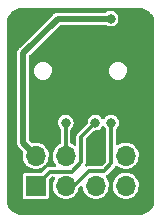
<source format=gbr>
%TF.GenerationSoftware,KiCad,Pcbnew,(6.0.0)*%
%TF.CreationDate,2022-01-20T17:31:54+07:00*%
%TF.ProjectId,CubeSat Link V555,43756265-5361-4742-904c-696e6b205635,rev?*%
%TF.SameCoordinates,Original*%
%TF.FileFunction,Copper,L2,Bot*%
%TF.FilePolarity,Positive*%
%FSLAX46Y46*%
G04 Gerber Fmt 4.6, Leading zero omitted, Abs format (unit mm)*
G04 Created by KiCad (PCBNEW (6.0.0)) date 2022-01-20 17:31:54*
%MOMM*%
%LPD*%
G01*
G04 APERTURE LIST*
%TA.AperFunction,ComponentPad*%
%ADD10O,1.700000X1.700000*%
%TD*%
%TA.AperFunction,ComponentPad*%
%ADD11R,1.700000X1.700000*%
%TD*%
%TA.AperFunction,ViaPad*%
%ADD12C,0.800000*%
%TD*%
%TA.AperFunction,Conductor*%
%ADD13C,0.300000*%
%TD*%
%TA.AperFunction,Conductor*%
%ADD14C,0.500000*%
%TD*%
G04 APERTURE END LIST*
D10*
%TO.P,J2,8,Pin_8*%
%TO.N,unconnected-(J2-Pad8)*%
X146820000Y-104750000D03*
%TO.P,J2,7,Pin_7*%
%TO.N,/TX*%
X146820000Y-107290000D03*
%TO.P,J2,6,Pin_6*%
%TO.N,GND*%
X144280000Y-104750000D03*
%TO.P,J2,5,Pin_5*%
%TO.N,/RX*%
X144280000Y-107290000D03*
%TO.P,J2,4,Pin_4*%
%TO.N,/NRST*%
X141740000Y-104750000D03*
%TO.P,J2,3,Pin_3*%
%TO.N,/SWDIO*%
X141740000Y-107290000D03*
%TO.P,J2,2,Pin_2*%
%TO.N,+3V3*%
X139200000Y-104750000D03*
D11*
%TO.P,J2,1,Pin_1*%
%TO.N,/SWCLK*%
X139200000Y-107290000D03*
%TD*%
D12*
%TO.N,GND*%
X137500000Y-106000000D03*
X148500000Y-108500000D03*
X148000000Y-102000000D03*
X148000000Y-93500000D03*
X137500000Y-93500000D03*
%TO.N,/SWDIO*%
X145600000Y-101950000D03*
%TO.N,/SWCLK*%
X144250000Y-101950500D03*
%TO.N,+3V3*%
X145550000Y-93150000D03*
%TO.N,/NRST*%
X141750000Y-101950500D03*
%TD*%
D13*
%TO.N,/NRST*%
X141740000Y-101960500D02*
X141740000Y-104750000D01*
X141750000Y-101950500D02*
X141740000Y-101960500D01*
%TO.N,/SWDIO*%
X145600000Y-105400000D02*
X144950000Y-106050000D01*
X144950000Y-106050000D02*
X143682656Y-106050000D01*
X145600000Y-101950000D02*
X145600000Y-105400000D01*
X142442656Y-107290000D02*
X141740000Y-107290000D01*
X143682656Y-106050000D02*
X142442656Y-107290000D01*
%TO.N,/SWCLK*%
X140399511Y-106090489D02*
X139200000Y-107290000D01*
X143050000Y-103150500D02*
X143050000Y-105277344D01*
X143050000Y-105277344D02*
X142236855Y-106090489D01*
X144250000Y-101950500D02*
X143050000Y-103150500D01*
X142236855Y-106090489D02*
X140399511Y-106090489D01*
D14*
%TO.N,+3V3*%
X138150000Y-103700000D02*
X139200000Y-104750000D01*
X138150000Y-96050000D02*
X138150000Y-103700000D01*
X141050000Y-93150000D02*
X138150000Y-96050000D01*
X145550000Y-93150000D02*
X141050000Y-93150000D01*
%TD*%
%TA.AperFunction,Conductor*%
%TO.N,GND*%
G36*
X145481867Y-92274002D02*
G01*
X145528360Y-92327658D01*
X145538464Y-92397932D01*
X145508970Y-92462512D01*
X145443160Y-92502519D01*
X145327564Y-92530271D01*
X145327562Y-92530272D01*
X145320184Y-92532043D01*
X145179414Y-92604700D01*
X145173692Y-92609692D01*
X145173690Y-92609693D01*
X145168236Y-92614451D01*
X145103753Y-92644157D01*
X145085409Y-92645500D01*
X141120624Y-92645500D01*
X141108619Y-92644159D01*
X141108579Y-92644655D01*
X141099632Y-92643935D01*
X141090876Y-92641954D01*
X141047338Y-92644655D01*
X141037618Y-92645258D01*
X141029816Y-92645500D01*
X141013774Y-92645500D01*
X141009343Y-92646135D01*
X141009338Y-92646135D01*
X141005313Y-92646712D01*
X141003543Y-92646965D01*
X140993486Y-92647996D01*
X140971024Y-92649389D01*
X140955600Y-92650346D01*
X140955598Y-92650346D01*
X140946641Y-92650902D01*
X140938201Y-92653949D01*
X140934911Y-92654630D01*
X140919062Y-92658582D01*
X140915832Y-92659527D01*
X140906948Y-92660799D01*
X140864222Y-92680225D01*
X140854860Y-92684036D01*
X140819158Y-92696925D01*
X140819157Y-92696926D01*
X140810716Y-92699973D01*
X140803467Y-92705269D01*
X140800486Y-92706854D01*
X140786408Y-92715080D01*
X140783569Y-92716896D01*
X140775395Y-92720612D01*
X140768591Y-92726475D01*
X140739848Y-92751242D01*
X140731930Y-92757530D01*
X140721056Y-92765473D01*
X140710194Y-92776335D01*
X140703348Y-92782693D01*
X140665918Y-92814944D01*
X140661034Y-92822479D01*
X140655301Y-92829051D01*
X140646074Y-92840455D01*
X137843206Y-95643323D01*
X137833766Y-95650865D01*
X137834089Y-95651245D01*
X137827253Y-95657063D01*
X137819661Y-95661853D01*
X137813719Y-95668581D01*
X137784329Y-95701859D01*
X137778983Y-95707546D01*
X137767649Y-95718880D01*
X137764964Y-95722463D01*
X137764962Y-95722465D01*
X137761447Y-95727155D01*
X137755062Y-95734998D01*
X137723999Y-95770170D01*
X137720186Y-95778292D01*
X137718346Y-95781093D01*
X137709937Y-95795088D01*
X137708315Y-95798051D01*
X137702930Y-95805236D01*
X137699777Y-95813646D01*
X137699776Y-95813648D01*
X137686454Y-95849182D01*
X137682530Y-95858495D01*
X137662583Y-95900982D01*
X137661201Y-95909856D01*
X137660215Y-95913083D01*
X137656075Y-95928866D01*
X137655354Y-95932144D01*
X137652202Y-95940552D01*
X137651537Y-95949503D01*
X137648724Y-95987357D01*
X137647570Y-95997404D01*
X137645500Y-96010697D01*
X137645500Y-96026062D01*
X137645154Y-96035399D01*
X137641493Y-96084667D01*
X137643366Y-96093442D01*
X137643959Y-96102138D01*
X137645500Y-96116738D01*
X137645500Y-103629376D01*
X137644159Y-103641381D01*
X137644655Y-103641421D01*
X137643935Y-103650368D01*
X137641954Y-103659124D01*
X137642510Y-103668084D01*
X137645258Y-103712382D01*
X137645500Y-103720184D01*
X137645500Y-103736226D01*
X137646135Y-103740657D01*
X137646135Y-103740662D01*
X137646965Y-103746453D01*
X137647996Y-103756514D01*
X137650902Y-103803359D01*
X137653949Y-103811799D01*
X137654630Y-103815089D01*
X137658582Y-103830938D01*
X137659527Y-103834168D01*
X137660799Y-103843052D01*
X137664514Y-103851223D01*
X137680218Y-103885763D01*
X137684030Y-103895128D01*
X137696922Y-103930837D01*
X137696924Y-103930840D01*
X137699972Y-103939284D01*
X137705268Y-103946533D01*
X137706840Y-103949490D01*
X137715093Y-103963614D01*
X137716898Y-103966437D01*
X137720612Y-103974605D01*
X137726469Y-103981402D01*
X137726470Y-103981404D01*
X137751243Y-104010153D01*
X137757525Y-104018064D01*
X137765473Y-104028944D01*
X137776335Y-104039806D01*
X137782693Y-104046652D01*
X137814944Y-104084082D01*
X137822479Y-104088966D01*
X137829051Y-104094699D01*
X137840455Y-104103926D01*
X138094592Y-104358063D01*
X138128618Y-104420375D01*
X138125830Y-104484522D01*
X138115007Y-104519378D01*
X138091148Y-104720964D01*
X138104424Y-104923522D01*
X138105845Y-104929118D01*
X138105846Y-104929123D01*
X138126119Y-105008945D01*
X138154392Y-105120269D01*
X138156809Y-105125512D01*
X138194010Y-105206208D01*
X138239377Y-105304616D01*
X138242710Y-105309332D01*
X138323595Y-105423782D01*
X138356533Y-105470389D01*
X138360675Y-105474424D01*
X138417637Y-105529913D01*
X138501938Y-105612035D01*
X138670720Y-105724812D01*
X138676023Y-105727090D01*
X138676026Y-105727092D01*
X138803722Y-105781954D01*
X138857228Y-105804942D01*
X138930244Y-105821464D01*
X139049579Y-105848467D01*
X139049584Y-105848468D01*
X139055216Y-105849742D01*
X139060987Y-105849969D01*
X139060989Y-105849969D01*
X139120756Y-105852317D01*
X139258053Y-105857712D01*
X139358499Y-105843148D01*
X139453231Y-105829413D01*
X139453236Y-105829412D01*
X139458945Y-105828584D01*
X139464409Y-105826729D01*
X139464414Y-105826728D01*
X139645693Y-105765192D01*
X139645698Y-105765190D01*
X139651165Y-105763334D01*
X139676700Y-105749034D01*
X139754449Y-105705492D01*
X139828276Y-105664147D01*
X139836857Y-105657011D01*
X139979913Y-105538031D01*
X139984345Y-105534345D01*
X140085490Y-105412732D01*
X140110453Y-105382718D01*
X140110455Y-105382715D01*
X140114147Y-105378276D01*
X140213334Y-105201165D01*
X140215190Y-105195698D01*
X140215192Y-105195693D01*
X140276728Y-105014414D01*
X140276729Y-105014409D01*
X140278584Y-105008945D01*
X140279412Y-105003236D01*
X140279413Y-105003231D01*
X140307179Y-104811727D01*
X140307712Y-104808053D01*
X140309232Y-104750000D01*
X140290658Y-104547859D01*
X140289090Y-104542299D01*
X140237125Y-104358046D01*
X140237124Y-104358044D01*
X140235557Y-104352487D01*
X140224978Y-104331033D01*
X140148331Y-104175609D01*
X140145776Y-104170428D01*
X140024320Y-104007779D01*
X139875258Y-103869987D01*
X139870375Y-103866906D01*
X139870371Y-103866903D01*
X139708464Y-103764748D01*
X139703581Y-103761667D01*
X139515039Y-103686446D01*
X139509379Y-103685320D01*
X139509375Y-103685319D01*
X139321613Y-103647971D01*
X139321610Y-103647971D01*
X139315946Y-103646844D01*
X139310171Y-103646768D01*
X139310167Y-103646768D01*
X139208793Y-103645441D01*
X139112971Y-103644187D01*
X139107274Y-103645166D01*
X139107273Y-103645166D01*
X138916727Y-103677908D01*
X138846203Y-103669731D01*
X138806294Y-103642823D01*
X138691405Y-103527934D01*
X138657379Y-103465622D01*
X138654500Y-103438839D01*
X138654500Y-97596625D01*
X139056422Y-97596625D01*
X139086612Y-97772319D01*
X139156411Y-97936357D01*
X139262074Y-98079937D01*
X139397934Y-98195358D01*
X139480221Y-98237376D01*
X139550187Y-98273103D01*
X139550189Y-98273104D01*
X139556703Y-98276430D01*
X139563809Y-98278169D01*
X139563812Y-98278170D01*
X139646363Y-98298370D01*
X139729863Y-98318802D01*
X139735465Y-98319150D01*
X139735468Y-98319150D01*
X139739175Y-98319380D01*
X139739184Y-98319380D01*
X139741114Y-98319500D01*
X139869636Y-98319500D01*
X139962548Y-98308668D01*
X139994798Y-98304908D01*
X139994800Y-98304908D01*
X140002070Y-98304060D01*
X140008947Y-98301564D01*
X140008950Y-98301563D01*
X140162763Y-98245731D01*
X140169642Y-98243234D01*
X140318726Y-98145490D01*
X140441326Y-98016071D01*
X140530865Y-97861919D01*
X140582539Y-97691303D01*
X140588413Y-97596625D01*
X145406422Y-97596625D01*
X145436612Y-97772319D01*
X145506411Y-97936357D01*
X145612074Y-98079937D01*
X145747934Y-98195358D01*
X145830221Y-98237376D01*
X145900187Y-98273103D01*
X145900189Y-98273104D01*
X145906703Y-98276430D01*
X145913809Y-98278169D01*
X145913812Y-98278170D01*
X145996363Y-98298370D01*
X146079863Y-98318802D01*
X146085465Y-98319150D01*
X146085468Y-98319150D01*
X146089175Y-98319380D01*
X146089184Y-98319380D01*
X146091114Y-98319500D01*
X146219636Y-98319500D01*
X146312548Y-98308668D01*
X146344798Y-98304908D01*
X146344800Y-98304908D01*
X146352070Y-98304060D01*
X146358947Y-98301564D01*
X146358950Y-98301563D01*
X146512763Y-98245731D01*
X146519642Y-98243234D01*
X146668726Y-98145490D01*
X146791326Y-98016071D01*
X146880865Y-97861919D01*
X146932539Y-97691303D01*
X146943578Y-97513375D01*
X146913388Y-97337681D01*
X146843589Y-97173643D01*
X146737926Y-97030063D01*
X146602066Y-96914642D01*
X146503417Y-96864269D01*
X146449813Y-96836897D01*
X146449811Y-96836896D01*
X146443297Y-96833570D01*
X146436191Y-96831831D01*
X146436188Y-96831830D01*
X146340587Y-96808437D01*
X146270137Y-96791198D01*
X146264535Y-96790850D01*
X146264532Y-96790850D01*
X146260825Y-96790620D01*
X146260816Y-96790620D01*
X146258886Y-96790500D01*
X146130364Y-96790500D01*
X146037452Y-96801332D01*
X146005202Y-96805092D01*
X146005200Y-96805092D01*
X145997930Y-96805940D01*
X145991053Y-96808436D01*
X145991050Y-96808437D01*
X145912645Y-96836897D01*
X145830358Y-96866766D01*
X145681274Y-96964510D01*
X145558674Y-97093929D01*
X145469135Y-97248081D01*
X145417461Y-97418697D01*
X145406422Y-97596625D01*
X140588413Y-97596625D01*
X140593578Y-97513375D01*
X140563388Y-97337681D01*
X140493589Y-97173643D01*
X140387926Y-97030063D01*
X140252066Y-96914642D01*
X140153417Y-96864269D01*
X140099813Y-96836897D01*
X140099811Y-96836896D01*
X140093297Y-96833570D01*
X140086191Y-96831831D01*
X140086188Y-96831830D01*
X139990587Y-96808437D01*
X139920137Y-96791198D01*
X139914535Y-96790850D01*
X139914532Y-96790850D01*
X139910825Y-96790620D01*
X139910816Y-96790620D01*
X139908886Y-96790500D01*
X139780364Y-96790500D01*
X139687452Y-96801332D01*
X139655202Y-96805092D01*
X139655200Y-96805092D01*
X139647930Y-96805940D01*
X139641053Y-96808436D01*
X139641050Y-96808437D01*
X139562645Y-96836897D01*
X139480358Y-96866766D01*
X139331274Y-96964510D01*
X139208674Y-97093929D01*
X139119135Y-97248081D01*
X139067461Y-97418697D01*
X139056422Y-97596625D01*
X138654500Y-97596625D01*
X138654500Y-96311161D01*
X138674502Y-96243040D01*
X138691405Y-96222066D01*
X141222066Y-93691405D01*
X141284378Y-93657379D01*
X141311161Y-93654500D01*
X145083153Y-93654500D01*
X145151274Y-93674502D01*
X145156068Y-93678185D01*
X145156266Y-93677907D01*
X145162459Y-93682308D01*
X145168076Y-93687419D01*
X145307293Y-93763008D01*
X145460522Y-93803207D01*
X145544477Y-93804526D01*
X145611319Y-93805576D01*
X145611322Y-93805576D01*
X145618916Y-93805695D01*
X145773332Y-93770329D01*
X145843742Y-93734917D01*
X145908072Y-93702563D01*
X145908075Y-93702561D01*
X145914855Y-93699151D01*
X145920626Y-93694222D01*
X145920629Y-93694220D01*
X146029536Y-93601204D01*
X146029536Y-93601203D01*
X146035314Y-93596269D01*
X146127755Y-93467624D01*
X146186842Y-93320641D01*
X146209162Y-93163807D01*
X146209307Y-93150000D01*
X146190276Y-92992733D01*
X146134280Y-92844546D01*
X146082307Y-92768925D01*
X146048855Y-92720251D01*
X146048854Y-92720249D01*
X146044553Y-92713992D01*
X146036542Y-92706854D01*
X146006653Y-92680225D01*
X145926275Y-92608611D01*
X145918889Y-92604700D01*
X145792988Y-92538039D01*
X145792989Y-92538039D01*
X145786274Y-92534484D01*
X145657762Y-92502204D01*
X145596567Y-92466209D01*
X145564546Y-92402844D01*
X145571866Y-92332226D01*
X145616204Y-92276775D01*
X145688458Y-92254000D01*
X147962575Y-92254000D01*
X147987153Y-92256421D01*
X148000000Y-92258976D01*
X148012170Y-92256556D01*
X148024581Y-92256556D01*
X148024581Y-92257411D01*
X148035296Y-92256778D01*
X148142125Y-92265185D01*
X148185030Y-92268562D01*
X148204559Y-92271655D01*
X148375396Y-92312670D01*
X148394198Y-92318780D01*
X148556508Y-92386010D01*
X148574126Y-92394987D01*
X148723929Y-92486787D01*
X148739917Y-92498402D01*
X148873515Y-92612505D01*
X148887493Y-92626483D01*
X149001598Y-92760083D01*
X149013213Y-92776071D01*
X149105013Y-92925874D01*
X149113990Y-92943492D01*
X149181220Y-93105802D01*
X149187330Y-93124604D01*
X149228345Y-93295441D01*
X149231438Y-93314970D01*
X149243222Y-93464702D01*
X149242589Y-93475419D01*
X149243444Y-93475419D01*
X149243444Y-93487830D01*
X149241024Y-93500000D01*
X149243579Y-93512844D01*
X149246000Y-93537425D01*
X149246000Y-108462575D01*
X149243579Y-108487153D01*
X149241024Y-108500000D01*
X149243444Y-108512170D01*
X149243444Y-108524581D01*
X149242589Y-108524581D01*
X149243222Y-108535298D01*
X149231438Y-108685030D01*
X149228345Y-108704559D01*
X149187330Y-108875396D01*
X149181220Y-108894198D01*
X149113990Y-109056508D01*
X149105013Y-109074126D01*
X149013213Y-109223929D01*
X149001598Y-109239917D01*
X148887495Y-109373515D01*
X148873517Y-109387493D01*
X148739917Y-109501598D01*
X148723929Y-109513213D01*
X148574126Y-109605013D01*
X148556508Y-109613990D01*
X148394198Y-109681220D01*
X148375396Y-109687330D01*
X148204559Y-109728345D01*
X148185030Y-109731438D01*
X148142125Y-109734815D01*
X148035296Y-109743222D01*
X148024581Y-109742589D01*
X148024581Y-109743444D01*
X148012170Y-109743444D01*
X148000000Y-109741024D01*
X147987153Y-109743579D01*
X147962575Y-109746000D01*
X138037425Y-109746000D01*
X138012847Y-109743579D01*
X138000000Y-109741024D01*
X137987830Y-109743444D01*
X137975419Y-109743444D01*
X137975419Y-109742589D01*
X137964704Y-109743222D01*
X137857875Y-109734815D01*
X137814970Y-109731438D01*
X137795441Y-109728345D01*
X137624604Y-109687330D01*
X137605802Y-109681220D01*
X137443492Y-109613990D01*
X137425874Y-109605013D01*
X137276071Y-109513213D01*
X137260083Y-109501598D01*
X137126483Y-109387493D01*
X137112505Y-109373515D01*
X136998402Y-109239917D01*
X136986787Y-109223929D01*
X136894987Y-109074126D01*
X136886010Y-109056508D01*
X136818780Y-108894198D01*
X136812670Y-108875396D01*
X136771655Y-108704559D01*
X136768562Y-108685030D01*
X136756778Y-108535298D01*
X136757411Y-108524581D01*
X136756556Y-108524581D01*
X136756556Y-108512170D01*
X136758976Y-108500000D01*
X136756421Y-108487153D01*
X136754000Y-108462575D01*
X136754000Y-106414933D01*
X138095500Y-106414933D01*
X138095501Y-108165066D01*
X138110266Y-108239301D01*
X138117161Y-108249620D01*
X138117162Y-108249622D01*
X138157516Y-108310015D01*
X138166516Y-108323484D01*
X138250699Y-108379734D01*
X138324933Y-108394500D01*
X139199858Y-108394500D01*
X140075066Y-108394499D01*
X140110818Y-108387388D01*
X140137126Y-108382156D01*
X140137128Y-108382155D01*
X140149301Y-108379734D01*
X140159621Y-108372839D01*
X140159622Y-108372838D01*
X140223168Y-108330377D01*
X140233484Y-108323484D01*
X140289734Y-108239301D01*
X140304500Y-108165067D01*
X140304499Y-106809740D01*
X140324501Y-106741619D01*
X140341404Y-106720645D01*
X140530155Y-106531894D01*
X140592467Y-106497868D01*
X140619250Y-106494989D01*
X140702246Y-106494989D01*
X140770367Y-106514991D01*
X140816860Y-106568647D01*
X140826964Y-106638921D01*
X140809390Y-106685696D01*
X140809720Y-106685869D01*
X140807035Y-106690973D01*
X140807032Y-106690977D01*
X140751573Y-106796388D01*
X140715203Y-106865515D01*
X140655007Y-107059378D01*
X140631148Y-107260964D01*
X140644424Y-107463522D01*
X140645845Y-107469118D01*
X140645846Y-107469123D01*
X140666119Y-107548945D01*
X140694392Y-107660269D01*
X140696809Y-107665512D01*
X140734010Y-107746208D01*
X140779377Y-107844616D01*
X140896533Y-108010389D01*
X141041938Y-108152035D01*
X141210720Y-108264812D01*
X141216023Y-108267090D01*
X141216026Y-108267092D01*
X141347283Y-108323484D01*
X141397228Y-108344942D01*
X141470244Y-108361464D01*
X141589579Y-108388467D01*
X141589584Y-108388468D01*
X141595216Y-108389742D01*
X141600987Y-108389969D01*
X141600989Y-108389969D01*
X141660756Y-108392317D01*
X141798053Y-108397712D01*
X141905348Y-108382155D01*
X141993231Y-108369413D01*
X141993236Y-108369412D01*
X141998945Y-108368584D01*
X142004409Y-108366729D01*
X142004414Y-108366728D01*
X142185693Y-108305192D01*
X142185698Y-108305190D01*
X142191165Y-108303334D01*
X142368276Y-108204147D01*
X142407969Y-108171135D01*
X142519913Y-108078031D01*
X142524345Y-108074345D01*
X142654147Y-107918276D01*
X142753334Y-107741165D01*
X142755190Y-107735698D01*
X142755192Y-107735693D01*
X142816727Y-107554415D01*
X142818584Y-107548945D01*
X142823232Y-107516889D01*
X142852801Y-107452343D01*
X142858833Y-107445873D01*
X142966674Y-107338032D01*
X143028986Y-107304006D01*
X143099801Y-107309071D01*
X143156637Y-107351618D01*
X143181499Y-107418887D01*
X143184424Y-107463522D01*
X143185845Y-107469118D01*
X143185846Y-107469123D01*
X143206119Y-107548945D01*
X143234392Y-107660269D01*
X143236809Y-107665512D01*
X143274010Y-107746208D01*
X143319377Y-107844616D01*
X143436533Y-108010389D01*
X143581938Y-108152035D01*
X143750720Y-108264812D01*
X143756023Y-108267090D01*
X143756026Y-108267092D01*
X143887283Y-108323484D01*
X143937228Y-108344942D01*
X144010244Y-108361464D01*
X144129579Y-108388467D01*
X144129584Y-108388468D01*
X144135216Y-108389742D01*
X144140987Y-108389969D01*
X144140989Y-108389969D01*
X144200756Y-108392317D01*
X144338053Y-108397712D01*
X144445348Y-108382155D01*
X144533231Y-108369413D01*
X144533236Y-108369412D01*
X144538945Y-108368584D01*
X144544409Y-108366729D01*
X144544414Y-108366728D01*
X144725693Y-108305192D01*
X144725698Y-108305190D01*
X144731165Y-108303334D01*
X144908276Y-108204147D01*
X144947969Y-108171135D01*
X145059913Y-108078031D01*
X145064345Y-108074345D01*
X145194147Y-107918276D01*
X145293334Y-107741165D01*
X145295190Y-107735698D01*
X145295192Y-107735693D01*
X145356728Y-107554414D01*
X145356729Y-107554409D01*
X145358584Y-107548945D01*
X145359412Y-107543236D01*
X145359413Y-107543231D01*
X145387179Y-107351727D01*
X145387712Y-107348053D01*
X145389232Y-107290000D01*
X145386564Y-107260964D01*
X145711148Y-107260964D01*
X145724424Y-107463522D01*
X145725845Y-107469118D01*
X145725846Y-107469123D01*
X145746119Y-107548945D01*
X145774392Y-107660269D01*
X145776809Y-107665512D01*
X145814010Y-107746208D01*
X145859377Y-107844616D01*
X145976533Y-108010389D01*
X146121938Y-108152035D01*
X146290720Y-108264812D01*
X146296023Y-108267090D01*
X146296026Y-108267092D01*
X146427283Y-108323484D01*
X146477228Y-108344942D01*
X146550244Y-108361464D01*
X146669579Y-108388467D01*
X146669584Y-108388468D01*
X146675216Y-108389742D01*
X146680987Y-108389969D01*
X146680989Y-108389969D01*
X146740756Y-108392317D01*
X146878053Y-108397712D01*
X146985348Y-108382155D01*
X147073231Y-108369413D01*
X147073236Y-108369412D01*
X147078945Y-108368584D01*
X147084409Y-108366729D01*
X147084414Y-108366728D01*
X147265693Y-108305192D01*
X147265698Y-108305190D01*
X147271165Y-108303334D01*
X147448276Y-108204147D01*
X147487969Y-108171135D01*
X147599913Y-108078031D01*
X147604345Y-108074345D01*
X147734147Y-107918276D01*
X147833334Y-107741165D01*
X147835190Y-107735698D01*
X147835192Y-107735693D01*
X147896728Y-107554414D01*
X147896729Y-107554409D01*
X147898584Y-107548945D01*
X147899412Y-107543236D01*
X147899413Y-107543231D01*
X147927179Y-107351727D01*
X147927712Y-107348053D01*
X147929232Y-107290000D01*
X147917797Y-107165551D01*
X147911187Y-107093613D01*
X147911186Y-107093610D01*
X147910658Y-107087859D01*
X147909090Y-107082299D01*
X147857125Y-106898046D01*
X147857124Y-106898044D01*
X147855557Y-106892487D01*
X147844978Y-106871033D01*
X147768331Y-106715609D01*
X147765776Y-106710428D01*
X147644320Y-106547779D01*
X147495258Y-106409987D01*
X147490375Y-106406906D01*
X147490371Y-106406903D01*
X147328464Y-106304748D01*
X147323581Y-106301667D01*
X147135039Y-106226446D01*
X147129379Y-106225320D01*
X147129375Y-106225319D01*
X146941613Y-106187971D01*
X146941610Y-106187971D01*
X146935946Y-106186844D01*
X146930171Y-106186768D01*
X146930167Y-106186768D01*
X146828793Y-106185441D01*
X146732971Y-106184187D01*
X146727274Y-106185166D01*
X146727273Y-106185166D01*
X146653492Y-106197844D01*
X146532910Y-106218564D01*
X146342463Y-106288824D01*
X146168010Y-106392612D01*
X146163670Y-106396418D01*
X146163666Y-106396421D01*
X146028464Y-106514991D01*
X146015392Y-106526455D01*
X145889720Y-106685869D01*
X145887033Y-106690977D01*
X145887029Y-106690983D01*
X145839128Y-106782027D01*
X145795203Y-106865515D01*
X145735007Y-107059378D01*
X145711148Y-107260964D01*
X145386564Y-107260964D01*
X145377797Y-107165551D01*
X145371187Y-107093613D01*
X145371186Y-107093610D01*
X145370658Y-107087859D01*
X145369090Y-107082299D01*
X145317125Y-106898046D01*
X145317124Y-106898044D01*
X145315557Y-106892487D01*
X145304978Y-106871033D01*
X145228331Y-106715609D01*
X145225776Y-106710428D01*
X145210232Y-106689612D01*
X145127544Y-106578879D01*
X145102812Y-106512329D01*
X145117986Y-106442973D01*
X145171296Y-106391225D01*
X145190723Y-106381326D01*
X145213511Y-106358538D01*
X145213515Y-106358535D01*
X145908535Y-105663515D01*
X145908538Y-105663511D01*
X145931326Y-105640723D01*
X145935827Y-105631890D01*
X145936116Y-105631492D01*
X145992339Y-105588139D01*
X146063075Y-105582065D01*
X146117346Y-105607636D01*
X146117798Y-105608002D01*
X146121938Y-105612035D01*
X146290720Y-105724812D01*
X146296023Y-105727090D01*
X146296026Y-105727092D01*
X146423722Y-105781954D01*
X146477228Y-105804942D01*
X146550244Y-105821464D01*
X146669579Y-105848467D01*
X146669584Y-105848468D01*
X146675216Y-105849742D01*
X146680987Y-105849969D01*
X146680989Y-105849969D01*
X146740756Y-105852317D01*
X146878053Y-105857712D01*
X146978499Y-105843148D01*
X147073231Y-105829413D01*
X147073236Y-105829412D01*
X147078945Y-105828584D01*
X147084409Y-105826729D01*
X147084414Y-105826728D01*
X147265693Y-105765192D01*
X147265698Y-105765190D01*
X147271165Y-105763334D01*
X147296700Y-105749034D01*
X147374449Y-105705492D01*
X147448276Y-105664147D01*
X147456857Y-105657011D01*
X147599913Y-105538031D01*
X147604345Y-105534345D01*
X147705490Y-105412732D01*
X147730453Y-105382718D01*
X147730455Y-105382715D01*
X147734147Y-105378276D01*
X147833334Y-105201165D01*
X147835190Y-105195698D01*
X147835192Y-105195693D01*
X147896728Y-105014414D01*
X147896729Y-105014409D01*
X147898584Y-105008945D01*
X147899412Y-105003236D01*
X147899413Y-105003231D01*
X147927179Y-104811727D01*
X147927712Y-104808053D01*
X147929232Y-104750000D01*
X147910658Y-104547859D01*
X147909090Y-104542299D01*
X147857125Y-104358046D01*
X147857124Y-104358044D01*
X147855557Y-104352487D01*
X147844978Y-104331033D01*
X147768331Y-104175609D01*
X147765776Y-104170428D01*
X147644320Y-104007779D01*
X147495258Y-103869987D01*
X147490375Y-103866906D01*
X147490371Y-103866903D01*
X147328464Y-103764748D01*
X147323581Y-103761667D01*
X147135039Y-103686446D01*
X147129379Y-103685320D01*
X147129375Y-103685319D01*
X146941613Y-103647971D01*
X146941610Y-103647971D01*
X146935946Y-103646844D01*
X146930171Y-103646768D01*
X146930167Y-103646768D01*
X146828793Y-103645441D01*
X146732971Y-103644187D01*
X146727274Y-103645166D01*
X146727273Y-103645166D01*
X146538607Y-103677585D01*
X146532910Y-103678564D01*
X146342463Y-103748824D01*
X146194922Y-103836601D01*
X146126153Y-103854241D01*
X146058763Y-103831900D01*
X146014149Y-103776673D01*
X146004500Y-103728316D01*
X146004500Y-102523378D01*
X146024502Y-102455257D01*
X146048669Y-102427567D01*
X146079536Y-102401204D01*
X146085314Y-102396269D01*
X146177755Y-102267624D01*
X146236842Y-102120641D01*
X146258510Y-101968391D01*
X146258581Y-101967891D01*
X146258581Y-101967888D01*
X146259162Y-101963807D01*
X146259231Y-101957265D01*
X146259264Y-101954134D01*
X146259264Y-101954128D01*
X146259307Y-101950000D01*
X146240276Y-101792733D01*
X146184280Y-101644546D01*
X146170949Y-101625149D01*
X146098855Y-101520251D01*
X146098854Y-101520249D01*
X146094553Y-101513992D01*
X146083727Y-101504346D01*
X146058260Y-101481656D01*
X145976275Y-101408611D01*
X145968889Y-101404700D01*
X145930565Y-101384409D01*
X145836274Y-101334484D01*
X145682633Y-101295892D01*
X145675034Y-101295852D01*
X145675033Y-101295852D01*
X145609181Y-101295507D01*
X145524221Y-101295062D01*
X145516841Y-101296834D01*
X145516839Y-101296834D01*
X145377563Y-101330271D01*
X145377560Y-101330272D01*
X145370184Y-101332043D01*
X145229414Y-101404700D01*
X145110039Y-101508838D01*
X145042727Y-101604613D01*
X145027532Y-101626233D01*
X144971997Y-101670464D01*
X144901365Y-101677650D01*
X144838061Y-101645509D01*
X144820605Y-101625149D01*
X144748855Y-101520751D01*
X144748854Y-101520749D01*
X144744553Y-101514492D01*
X144626275Y-101409111D01*
X144618889Y-101405200D01*
X144492988Y-101338539D01*
X144492989Y-101338539D01*
X144486274Y-101334984D01*
X144332633Y-101296392D01*
X144325034Y-101296352D01*
X144325033Y-101296352D01*
X144259181Y-101296007D01*
X144174221Y-101295562D01*
X144166841Y-101297334D01*
X144166839Y-101297334D01*
X144027563Y-101330771D01*
X144027560Y-101330772D01*
X144020184Y-101332543D01*
X143879414Y-101405200D01*
X143760039Y-101509338D01*
X143668950Y-101638944D01*
X143611406Y-101786537D01*
X143610414Y-101794070D01*
X143610414Y-101794071D01*
X143609598Y-101800273D01*
X143590729Y-101943596D01*
X143591948Y-101954634D01*
X143593448Y-101968224D01*
X143581042Y-102038128D01*
X143557304Y-102071146D01*
X142741465Y-102886985D01*
X142741462Y-102886989D01*
X142718674Y-102909777D01*
X142714171Y-102918615D01*
X142708546Y-102929654D01*
X142698216Y-102946511D01*
X142685095Y-102964571D01*
X142682030Y-102974004D01*
X142678199Y-102985795D01*
X142670634Y-103004061D01*
X142660502Y-103023945D01*
X142658951Y-103033738D01*
X142657011Y-103045987D01*
X142652395Y-103065213D01*
X142645500Y-103086434D01*
X142645500Y-103794761D01*
X142625498Y-103862882D01*
X142571842Y-103909375D01*
X142501568Y-103919479D01*
X142433973Y-103887287D01*
X142415258Y-103869987D01*
X142410375Y-103866906D01*
X142410371Y-103866903D01*
X142248464Y-103764748D01*
X142243581Y-103761667D01*
X142238221Y-103759528D01*
X142238214Y-103759525D01*
X142223811Y-103753779D01*
X142167951Y-103709959D01*
X142144500Y-103636749D01*
X142144500Y-102532419D01*
X142164502Y-102464298D01*
X142188669Y-102436608D01*
X142229536Y-102401704D01*
X142235314Y-102396769D01*
X142327755Y-102268124D01*
X142386842Y-102121141D01*
X142409162Y-101964307D01*
X142409307Y-101950500D01*
X142390276Y-101793233D01*
X142334280Y-101645046D01*
X142244553Y-101514492D01*
X142126275Y-101409111D01*
X142118889Y-101405200D01*
X141992988Y-101338539D01*
X141992989Y-101338539D01*
X141986274Y-101334984D01*
X141832633Y-101296392D01*
X141825034Y-101296352D01*
X141825033Y-101296352D01*
X141759181Y-101296007D01*
X141674221Y-101295562D01*
X141666841Y-101297334D01*
X141666839Y-101297334D01*
X141527563Y-101330771D01*
X141527560Y-101330772D01*
X141520184Y-101332543D01*
X141379414Y-101405200D01*
X141260039Y-101509338D01*
X141168950Y-101638944D01*
X141111406Y-101786537D01*
X141110414Y-101794070D01*
X141110414Y-101794071D01*
X141109598Y-101800273D01*
X141090729Y-101943596D01*
X141108113Y-102101053D01*
X141162553Y-102249819D01*
X141166789Y-102256122D01*
X141166789Y-102256123D01*
X141246339Y-102374505D01*
X141250908Y-102381305D01*
X141273327Y-102401704D01*
X141294299Y-102420787D01*
X141331222Y-102481427D01*
X141335500Y-102513981D01*
X141335500Y-103635073D01*
X141315498Y-103703194D01*
X141264616Y-103748030D01*
X141262463Y-103748824D01*
X141088010Y-103852612D01*
X141083670Y-103856418D01*
X141083666Y-103856421D01*
X140939733Y-103982648D01*
X140935392Y-103986455D01*
X140809720Y-104145869D01*
X140807031Y-104150980D01*
X140807029Y-104150983D01*
X140794073Y-104175609D01*
X140715203Y-104325515D01*
X140655007Y-104519378D01*
X140631148Y-104720964D01*
X140644424Y-104923522D01*
X140645845Y-104929118D01*
X140645846Y-104929123D01*
X140666119Y-105008945D01*
X140694392Y-105120269D01*
X140696809Y-105125512D01*
X140734010Y-105206208D01*
X140779377Y-105304616D01*
X140782710Y-105309332D01*
X140863595Y-105423782D01*
X140896533Y-105470389D01*
X140900673Y-105474422D01*
X140903864Y-105478158D01*
X140932895Y-105542948D01*
X140922290Y-105613148D01*
X140875416Y-105666470D01*
X140808053Y-105685989D01*
X140335445Y-105685989D01*
X140326013Y-105689054D01*
X140326011Y-105689054D01*
X140314224Y-105692884D01*
X140294998Y-105697500D01*
X140272956Y-105700991D01*
X140253073Y-105711122D01*
X140234807Y-105718688D01*
X140213582Y-105725584D01*
X140195524Y-105738705D01*
X140178671Y-105749032D01*
X140158788Y-105759163D01*
X140135997Y-105781954D01*
X139769355Y-106148595D01*
X139707043Y-106182621D01*
X139680260Y-106185500D01*
X138474151Y-106185501D01*
X138324934Y-106185501D01*
X138289182Y-106192612D01*
X138262874Y-106197844D01*
X138262872Y-106197845D01*
X138250699Y-106200266D01*
X138240379Y-106207161D01*
X138240378Y-106207162D01*
X138179985Y-106247516D01*
X138166516Y-106256516D01*
X138110266Y-106340699D01*
X138095500Y-106414933D01*
X136754000Y-106414933D01*
X136754000Y-93537425D01*
X136756421Y-93512844D01*
X136758976Y-93500000D01*
X136756556Y-93487830D01*
X136756556Y-93475419D01*
X136757411Y-93475419D01*
X136756778Y-93464702D01*
X136768562Y-93314970D01*
X136771655Y-93295441D01*
X136812670Y-93124604D01*
X136818780Y-93105802D01*
X136886010Y-92943492D01*
X136894987Y-92925874D01*
X136986787Y-92776071D01*
X136998402Y-92760083D01*
X137112507Y-92626483D01*
X137126485Y-92612505D01*
X137260083Y-92498402D01*
X137276071Y-92486787D01*
X137425874Y-92394987D01*
X137443492Y-92386010D01*
X137605802Y-92318780D01*
X137624604Y-92312670D01*
X137795441Y-92271655D01*
X137814970Y-92268562D01*
X137857875Y-92265185D01*
X137964704Y-92256778D01*
X137975419Y-92257411D01*
X137975419Y-92256556D01*
X137987830Y-92256556D01*
X138000000Y-92258976D01*
X138012847Y-92256421D01*
X138037425Y-92254000D01*
X145413746Y-92254000D01*
X145481867Y-92274002D01*
G37*
%TD.AperFunction*%
%TA.AperFunction,Conductor*%
G36*
X145013652Y-102256072D02*
G01*
X145030894Y-102276613D01*
X145096674Y-102374505D01*
X145096677Y-102374508D01*
X145100908Y-102380805D01*
X145106522Y-102385913D01*
X145154300Y-102429388D01*
X145191222Y-102490029D01*
X145195500Y-102522582D01*
X145195500Y-105180260D01*
X145175498Y-105248381D01*
X145158595Y-105269355D01*
X144819355Y-105608595D01*
X144757043Y-105642621D01*
X144730260Y-105645500D01*
X143618590Y-105645500D01*
X143609158Y-105648565D01*
X143609156Y-105648565D01*
X143597369Y-105652395D01*
X143578143Y-105657011D01*
X143565897Y-105658950D01*
X143565894Y-105658951D01*
X143556101Y-105660502D01*
X143549537Y-105663846D01*
X143479985Y-105665832D01*
X143419188Y-105629169D01*
X143387863Y-105565457D01*
X143395957Y-105494923D01*
X143407010Y-105475350D01*
X143409075Y-105471297D01*
X143414905Y-105463273D01*
X143421801Y-105442048D01*
X143429367Y-105423782D01*
X143434997Y-105412732D01*
X143439498Y-105403899D01*
X143442989Y-105381857D01*
X143447605Y-105362631D01*
X143451435Y-105350844D01*
X143451435Y-105350842D01*
X143454500Y-105341410D01*
X143454500Y-103370240D01*
X143474502Y-103302119D01*
X143491405Y-103281145D01*
X144130987Y-102641563D01*
X144193299Y-102607537D01*
X144222060Y-102604674D01*
X144311318Y-102606076D01*
X144311321Y-102606076D01*
X144318916Y-102606195D01*
X144473332Y-102570829D01*
X144543742Y-102535417D01*
X144608072Y-102503063D01*
X144608075Y-102503061D01*
X144614855Y-102499651D01*
X144620626Y-102494722D01*
X144620629Y-102494720D01*
X144729536Y-102401704D01*
X144729536Y-102401703D01*
X144735314Y-102396769D01*
X144823992Y-102273361D01*
X144879984Y-102229715D01*
X144950687Y-102223269D01*
X145013652Y-102256072D01*
G37*
%TD.AperFunction*%
%TD*%
M02*

</source>
